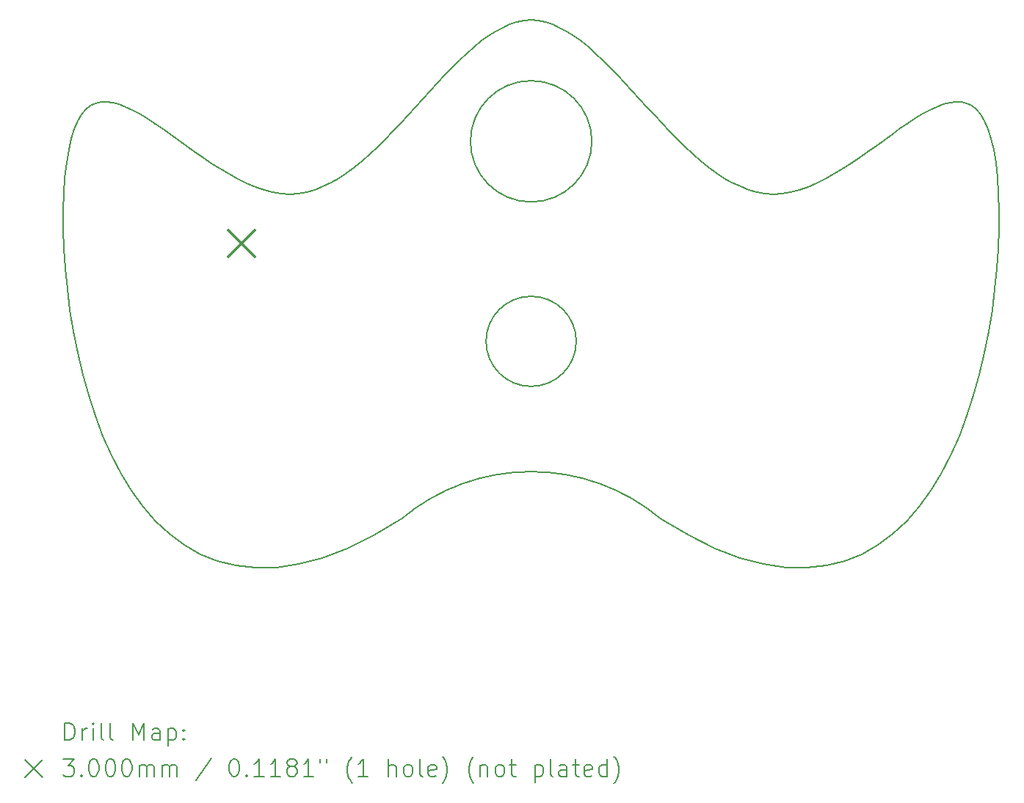
<source format=gbr>
%FSLAX45Y45*%
G04 Gerber Fmt 4.5, Leading zero omitted, Abs format (unit mm)*
G04 Created by KiCad (PCBNEW (6.0.1)) date 2022-01-29 22:44:22*
%MOMM*%
%LPD*%
G01*
G04 APERTURE LIST*
%TA.AperFunction,Profile*%
%ADD10C,0.200000*%
%TD*%
%ADD11C,0.200000*%
%ADD12C,0.300000*%
G04 APERTURE END LIST*
D10*
X16370002Y-12084376D02*
G75*
G03*
X13370000Y-12084376I-1500001J-1776141D01*
G01*
D11*
X9535670Y-7818400D02*
X9565570Y-7688276D01*
X9600641Y-7577675D01*
X9640686Y-7485588D01*
X9685510Y-7411004D01*
X9734919Y-7352916D01*
X9788716Y-7310312D01*
X9846706Y-7282185D01*
X9908694Y-7267523D01*
X9974485Y-7265319D01*
X10043883Y-7274562D01*
X10116692Y-7294243D01*
X10192719Y-7323352D01*
X10271766Y-7360881D01*
X10353639Y-7405819D01*
X10438143Y-7457158D01*
X10525081Y-7513887D01*
X10614260Y-7574998D01*
X10705482Y-7639481D01*
X10798554Y-7706326D01*
X10893279Y-7774524D01*
X10989463Y-7843066D01*
X11086910Y-7910941D01*
X11185424Y-7977142D01*
X11284810Y-8040658D01*
X11384873Y-8100479D01*
X11485418Y-8155597D01*
X11586249Y-8205002D01*
X11687171Y-8247684D01*
X11787989Y-8282635D01*
X11888506Y-8308844D01*
X11988528Y-8325302D01*
X12087860Y-8331000D01*
X13370000Y-12084376D02*
X13050238Y-12272567D01*
X12746963Y-12420362D01*
X12459816Y-12529726D01*
X12188439Y-12602624D01*
X11932472Y-12641021D01*
X11691557Y-12646884D01*
X11465335Y-12622177D01*
X11253448Y-12568867D01*
X11055536Y-12488918D01*
X10871241Y-12384295D01*
X10700204Y-12256965D01*
X10542067Y-12108893D01*
X10396469Y-11942045D01*
X10263054Y-11758385D01*
X10141462Y-11559879D01*
X10031334Y-11348493D01*
X9932311Y-11126192D01*
X9844035Y-10894942D01*
X9766147Y-10656708D01*
X9698289Y-10413455D01*
X9640100Y-10167149D01*
X9591224Y-9919755D01*
X9551300Y-9673239D01*
X9519970Y-9429567D01*
X9496876Y-9190703D01*
X9481658Y-8958614D01*
X9473958Y-8735264D01*
X9473418Y-8522619D01*
X9479677Y-8322645D01*
X9492378Y-8137307D01*
X9511162Y-7968570D01*
X9535670Y-7818400D01*
D10*
X15570000Y-7722100D02*
G75*
G03*
X15570000Y-7722100I-700000J0D01*
G01*
D11*
X14870000Y-6322100D02*
X14952224Y-6327862D01*
X15034478Y-6344660D01*
X15116792Y-6371756D01*
X15199196Y-6408416D01*
X15281722Y-6453903D01*
X15364397Y-6507483D01*
X15447254Y-6568419D01*
X15530322Y-6635976D01*
X15613631Y-6709419D01*
X15697211Y-6788011D01*
X15781092Y-6871017D01*
X15865305Y-6957702D01*
X15949880Y-7047330D01*
X16034846Y-7139164D01*
X16120234Y-7232470D01*
X16206075Y-7326512D01*
X16292398Y-7420555D01*
X16379233Y-7513862D01*
X16466610Y-7605698D01*
X16554560Y-7695327D01*
X16643113Y-7782015D01*
X16732299Y-7865024D01*
X16822148Y-7943620D01*
X16912691Y-8017067D01*
X17003956Y-8084629D01*
X17095975Y-8145571D01*
X17188778Y-8199157D01*
X17282394Y-8244651D01*
X17376854Y-8281318D01*
X17472189Y-8308423D01*
X17568427Y-8325228D01*
X17665600Y-8331000D01*
D10*
X15390000Y-10031300D02*
G75*
G03*
X15390000Y-10031300I-520000J0D01*
G01*
D11*
X20204300Y-7818400D02*
X20228811Y-7968570D01*
X20247597Y-8137307D01*
X20260301Y-8322645D01*
X20266562Y-8522619D01*
X20266024Y-8735264D01*
X20258326Y-8958614D01*
X20243110Y-9190703D01*
X20220017Y-9429567D01*
X20188689Y-9673239D01*
X20148767Y-9919755D01*
X20099891Y-10167149D01*
X20041704Y-10413455D01*
X19973847Y-10656708D01*
X19895960Y-10894942D01*
X19807685Y-11126192D01*
X19708663Y-11348493D01*
X19598535Y-11559879D01*
X19476944Y-11758385D01*
X19343529Y-11942045D01*
X19197932Y-12108893D01*
X19039795Y-12256965D01*
X18868759Y-12384295D01*
X18684464Y-12488918D01*
X18486552Y-12568867D01*
X18274665Y-12622177D01*
X18048444Y-12646884D01*
X17807529Y-12641021D01*
X17551563Y-12602624D01*
X17280185Y-12529726D01*
X16993039Y-12420362D01*
X16689764Y-12272567D01*
X16370002Y-12084376D01*
X12087860Y-8331000D02*
X12183810Y-8325228D01*
X12278902Y-8308423D01*
X12373164Y-8281318D01*
X12466623Y-8244651D01*
X12559307Y-8199157D01*
X12651244Y-8145571D01*
X12742462Y-8084629D01*
X12832988Y-8017067D01*
X12922849Y-7943620D01*
X13012074Y-7865024D01*
X13100690Y-7782015D01*
X13188725Y-7695327D01*
X13276207Y-7605698D01*
X13363163Y-7513862D01*
X13449620Y-7420555D01*
X13535607Y-7326512D01*
X13621152Y-7232470D01*
X13706281Y-7139164D01*
X13791023Y-7047330D01*
X13875405Y-6957702D01*
X13959455Y-6871017D01*
X14043200Y-6788011D01*
X14126669Y-6709419D01*
X14209888Y-6635976D01*
X14292887Y-6568419D01*
X14375691Y-6507483D01*
X14458330Y-6453903D01*
X14540830Y-6408416D01*
X14623219Y-6371756D01*
X14705526Y-6344660D01*
X14787777Y-6327862D01*
X14870000Y-6322100D01*
X17665600Y-8331000D02*
X17763709Y-8325302D01*
X17862585Y-8308844D01*
X17962030Y-8282635D01*
X18061847Y-8247684D01*
X18161838Y-8205002D01*
X18261805Y-8155597D01*
X18361549Y-8100479D01*
X18460873Y-8040658D01*
X18559580Y-7977142D01*
X18657471Y-7910941D01*
X18754349Y-7843066D01*
X18850016Y-7774524D01*
X18944273Y-7706326D01*
X19036924Y-7639481D01*
X19127769Y-7574998D01*
X19216613Y-7513887D01*
X19303255Y-7457158D01*
X19387499Y-7405819D01*
X19469147Y-7360881D01*
X19548001Y-7323352D01*
X19623864Y-7294243D01*
X19696536Y-7274562D01*
X19765821Y-7265319D01*
X19831520Y-7267523D01*
X19893437Y-7282185D01*
X19951372Y-7310312D01*
X20005128Y-7352916D01*
X20054507Y-7411004D01*
X20099312Y-7485588D01*
X20139344Y-7577675D01*
X20174406Y-7688276D01*
X20204300Y-7818400D01*
D12*
X11380860Y-8752090D02*
X11680860Y-9052090D01*
X11680860Y-8752090D02*
X11380860Y-9052090D01*
D11*
X9492619Y-14634666D02*
X9492619Y-14434666D01*
X9540238Y-14434666D01*
X9568810Y-14444190D01*
X9587857Y-14463238D01*
X9597381Y-14482285D01*
X9606905Y-14520380D01*
X9606905Y-14548952D01*
X9597381Y-14587047D01*
X9587857Y-14606095D01*
X9568810Y-14625142D01*
X9540238Y-14634666D01*
X9492619Y-14634666D01*
X9692619Y-14634666D02*
X9692619Y-14501333D01*
X9692619Y-14539428D02*
X9702143Y-14520380D01*
X9711667Y-14510857D01*
X9730714Y-14501333D01*
X9749762Y-14501333D01*
X9816429Y-14634666D02*
X9816429Y-14501333D01*
X9816429Y-14434666D02*
X9806905Y-14444190D01*
X9816429Y-14453714D01*
X9825952Y-14444190D01*
X9816429Y-14434666D01*
X9816429Y-14453714D01*
X9940238Y-14634666D02*
X9921190Y-14625142D01*
X9911667Y-14606095D01*
X9911667Y-14434666D01*
X10045000Y-14634666D02*
X10025952Y-14625142D01*
X10016429Y-14606095D01*
X10016429Y-14434666D01*
X10273571Y-14634666D02*
X10273571Y-14434666D01*
X10340238Y-14577523D01*
X10406905Y-14434666D01*
X10406905Y-14634666D01*
X10587857Y-14634666D02*
X10587857Y-14529904D01*
X10578333Y-14510857D01*
X10559286Y-14501333D01*
X10521190Y-14501333D01*
X10502143Y-14510857D01*
X10587857Y-14625142D02*
X10568810Y-14634666D01*
X10521190Y-14634666D01*
X10502143Y-14625142D01*
X10492619Y-14606095D01*
X10492619Y-14587047D01*
X10502143Y-14567999D01*
X10521190Y-14558476D01*
X10568810Y-14558476D01*
X10587857Y-14548952D01*
X10683095Y-14501333D02*
X10683095Y-14701333D01*
X10683095Y-14510857D02*
X10702143Y-14501333D01*
X10740238Y-14501333D01*
X10759286Y-14510857D01*
X10768810Y-14520380D01*
X10778333Y-14539428D01*
X10778333Y-14596571D01*
X10768810Y-14615618D01*
X10759286Y-14625142D01*
X10740238Y-14634666D01*
X10702143Y-14634666D01*
X10683095Y-14625142D01*
X10864048Y-14615618D02*
X10873571Y-14625142D01*
X10864048Y-14634666D01*
X10854524Y-14625142D01*
X10864048Y-14615618D01*
X10864048Y-14634666D01*
X10864048Y-14510857D02*
X10873571Y-14520380D01*
X10864048Y-14529904D01*
X10854524Y-14520380D01*
X10864048Y-14510857D01*
X10864048Y-14529904D01*
X9035000Y-14864190D02*
X9235000Y-15064190D01*
X9235000Y-14864190D02*
X9035000Y-15064190D01*
X9473571Y-14854666D02*
X9597381Y-14854666D01*
X9530714Y-14930857D01*
X9559286Y-14930857D01*
X9578333Y-14940380D01*
X9587857Y-14949904D01*
X9597381Y-14968952D01*
X9597381Y-15016571D01*
X9587857Y-15035618D01*
X9578333Y-15045142D01*
X9559286Y-15054666D01*
X9502143Y-15054666D01*
X9483095Y-15045142D01*
X9473571Y-15035618D01*
X9683095Y-15035618D02*
X9692619Y-15045142D01*
X9683095Y-15054666D01*
X9673571Y-15045142D01*
X9683095Y-15035618D01*
X9683095Y-15054666D01*
X9816429Y-14854666D02*
X9835476Y-14854666D01*
X9854524Y-14864190D01*
X9864048Y-14873714D01*
X9873571Y-14892761D01*
X9883095Y-14930857D01*
X9883095Y-14978476D01*
X9873571Y-15016571D01*
X9864048Y-15035618D01*
X9854524Y-15045142D01*
X9835476Y-15054666D01*
X9816429Y-15054666D01*
X9797381Y-15045142D01*
X9787857Y-15035618D01*
X9778333Y-15016571D01*
X9768810Y-14978476D01*
X9768810Y-14930857D01*
X9778333Y-14892761D01*
X9787857Y-14873714D01*
X9797381Y-14864190D01*
X9816429Y-14854666D01*
X10006905Y-14854666D02*
X10025952Y-14854666D01*
X10045000Y-14864190D01*
X10054524Y-14873714D01*
X10064048Y-14892761D01*
X10073571Y-14930857D01*
X10073571Y-14978476D01*
X10064048Y-15016571D01*
X10054524Y-15035618D01*
X10045000Y-15045142D01*
X10025952Y-15054666D01*
X10006905Y-15054666D01*
X9987857Y-15045142D01*
X9978333Y-15035618D01*
X9968810Y-15016571D01*
X9959286Y-14978476D01*
X9959286Y-14930857D01*
X9968810Y-14892761D01*
X9978333Y-14873714D01*
X9987857Y-14864190D01*
X10006905Y-14854666D01*
X10197381Y-14854666D02*
X10216429Y-14854666D01*
X10235476Y-14864190D01*
X10245000Y-14873714D01*
X10254524Y-14892761D01*
X10264048Y-14930857D01*
X10264048Y-14978476D01*
X10254524Y-15016571D01*
X10245000Y-15035618D01*
X10235476Y-15045142D01*
X10216429Y-15054666D01*
X10197381Y-15054666D01*
X10178333Y-15045142D01*
X10168810Y-15035618D01*
X10159286Y-15016571D01*
X10149762Y-14978476D01*
X10149762Y-14930857D01*
X10159286Y-14892761D01*
X10168810Y-14873714D01*
X10178333Y-14864190D01*
X10197381Y-14854666D01*
X10349762Y-15054666D02*
X10349762Y-14921333D01*
X10349762Y-14940380D02*
X10359286Y-14930857D01*
X10378333Y-14921333D01*
X10406905Y-14921333D01*
X10425952Y-14930857D01*
X10435476Y-14949904D01*
X10435476Y-15054666D01*
X10435476Y-14949904D02*
X10445000Y-14930857D01*
X10464048Y-14921333D01*
X10492619Y-14921333D01*
X10511667Y-14930857D01*
X10521190Y-14949904D01*
X10521190Y-15054666D01*
X10616429Y-15054666D02*
X10616429Y-14921333D01*
X10616429Y-14940380D02*
X10625952Y-14930857D01*
X10645000Y-14921333D01*
X10673571Y-14921333D01*
X10692619Y-14930857D01*
X10702143Y-14949904D01*
X10702143Y-15054666D01*
X10702143Y-14949904D02*
X10711667Y-14930857D01*
X10730714Y-14921333D01*
X10759286Y-14921333D01*
X10778333Y-14930857D01*
X10787857Y-14949904D01*
X10787857Y-15054666D01*
X11178333Y-14845142D02*
X11006905Y-15102285D01*
X11435476Y-14854666D02*
X11454524Y-14854666D01*
X11473571Y-14864190D01*
X11483095Y-14873714D01*
X11492619Y-14892761D01*
X11502143Y-14930857D01*
X11502143Y-14978476D01*
X11492619Y-15016571D01*
X11483095Y-15035618D01*
X11473571Y-15045142D01*
X11454524Y-15054666D01*
X11435476Y-15054666D01*
X11416428Y-15045142D01*
X11406905Y-15035618D01*
X11397381Y-15016571D01*
X11387857Y-14978476D01*
X11387857Y-14930857D01*
X11397381Y-14892761D01*
X11406905Y-14873714D01*
X11416428Y-14864190D01*
X11435476Y-14854666D01*
X11587857Y-15035618D02*
X11597381Y-15045142D01*
X11587857Y-15054666D01*
X11578333Y-15045142D01*
X11587857Y-15035618D01*
X11587857Y-15054666D01*
X11787857Y-15054666D02*
X11673571Y-15054666D01*
X11730714Y-15054666D02*
X11730714Y-14854666D01*
X11711667Y-14883238D01*
X11692619Y-14902285D01*
X11673571Y-14911809D01*
X11978333Y-15054666D02*
X11864048Y-15054666D01*
X11921190Y-15054666D02*
X11921190Y-14854666D01*
X11902143Y-14883238D01*
X11883095Y-14902285D01*
X11864048Y-14911809D01*
X12092619Y-14940380D02*
X12073571Y-14930857D01*
X12064048Y-14921333D01*
X12054524Y-14902285D01*
X12054524Y-14892761D01*
X12064048Y-14873714D01*
X12073571Y-14864190D01*
X12092619Y-14854666D01*
X12130714Y-14854666D01*
X12149762Y-14864190D01*
X12159286Y-14873714D01*
X12168809Y-14892761D01*
X12168809Y-14902285D01*
X12159286Y-14921333D01*
X12149762Y-14930857D01*
X12130714Y-14940380D01*
X12092619Y-14940380D01*
X12073571Y-14949904D01*
X12064048Y-14959428D01*
X12054524Y-14978476D01*
X12054524Y-15016571D01*
X12064048Y-15035618D01*
X12073571Y-15045142D01*
X12092619Y-15054666D01*
X12130714Y-15054666D01*
X12149762Y-15045142D01*
X12159286Y-15035618D01*
X12168809Y-15016571D01*
X12168809Y-14978476D01*
X12159286Y-14959428D01*
X12149762Y-14949904D01*
X12130714Y-14940380D01*
X12359286Y-15054666D02*
X12245000Y-15054666D01*
X12302143Y-15054666D02*
X12302143Y-14854666D01*
X12283095Y-14883238D01*
X12264048Y-14902285D01*
X12245000Y-14911809D01*
X12435476Y-14854666D02*
X12435476Y-14892761D01*
X12511667Y-14854666D02*
X12511667Y-14892761D01*
X12806905Y-15130857D02*
X12797381Y-15121333D01*
X12778333Y-15092761D01*
X12768809Y-15073714D01*
X12759286Y-15045142D01*
X12749762Y-14997523D01*
X12749762Y-14959428D01*
X12759286Y-14911809D01*
X12768809Y-14883238D01*
X12778333Y-14864190D01*
X12797381Y-14835618D01*
X12806905Y-14826095D01*
X12987857Y-15054666D02*
X12873571Y-15054666D01*
X12930714Y-15054666D02*
X12930714Y-14854666D01*
X12911667Y-14883238D01*
X12892619Y-14902285D01*
X12873571Y-14911809D01*
X13225952Y-15054666D02*
X13225952Y-14854666D01*
X13311667Y-15054666D02*
X13311667Y-14949904D01*
X13302143Y-14930857D01*
X13283095Y-14921333D01*
X13254524Y-14921333D01*
X13235476Y-14930857D01*
X13225952Y-14940380D01*
X13435476Y-15054666D02*
X13416428Y-15045142D01*
X13406905Y-15035618D01*
X13397381Y-15016571D01*
X13397381Y-14959428D01*
X13406905Y-14940380D01*
X13416428Y-14930857D01*
X13435476Y-14921333D01*
X13464048Y-14921333D01*
X13483095Y-14930857D01*
X13492619Y-14940380D01*
X13502143Y-14959428D01*
X13502143Y-15016571D01*
X13492619Y-15035618D01*
X13483095Y-15045142D01*
X13464048Y-15054666D01*
X13435476Y-15054666D01*
X13616428Y-15054666D02*
X13597381Y-15045142D01*
X13587857Y-15026095D01*
X13587857Y-14854666D01*
X13768809Y-15045142D02*
X13749762Y-15054666D01*
X13711667Y-15054666D01*
X13692619Y-15045142D01*
X13683095Y-15026095D01*
X13683095Y-14949904D01*
X13692619Y-14930857D01*
X13711667Y-14921333D01*
X13749762Y-14921333D01*
X13768809Y-14930857D01*
X13778333Y-14949904D01*
X13778333Y-14968952D01*
X13683095Y-14987999D01*
X13845000Y-15130857D02*
X13854524Y-15121333D01*
X13873571Y-15092761D01*
X13883095Y-15073714D01*
X13892619Y-15045142D01*
X13902143Y-14997523D01*
X13902143Y-14959428D01*
X13892619Y-14911809D01*
X13883095Y-14883238D01*
X13873571Y-14864190D01*
X13854524Y-14835618D01*
X13845000Y-14826095D01*
X14206905Y-15130857D02*
X14197381Y-15121333D01*
X14178333Y-15092761D01*
X14168809Y-15073714D01*
X14159286Y-15045142D01*
X14149762Y-14997523D01*
X14149762Y-14959428D01*
X14159286Y-14911809D01*
X14168809Y-14883238D01*
X14178333Y-14864190D01*
X14197381Y-14835618D01*
X14206905Y-14826095D01*
X14283095Y-14921333D02*
X14283095Y-15054666D01*
X14283095Y-14940380D02*
X14292619Y-14930857D01*
X14311667Y-14921333D01*
X14340238Y-14921333D01*
X14359286Y-14930857D01*
X14368809Y-14949904D01*
X14368809Y-15054666D01*
X14492619Y-15054666D02*
X14473571Y-15045142D01*
X14464048Y-15035618D01*
X14454524Y-15016571D01*
X14454524Y-14959428D01*
X14464048Y-14940380D01*
X14473571Y-14930857D01*
X14492619Y-14921333D01*
X14521190Y-14921333D01*
X14540238Y-14930857D01*
X14549762Y-14940380D01*
X14559286Y-14959428D01*
X14559286Y-15016571D01*
X14549762Y-15035618D01*
X14540238Y-15045142D01*
X14521190Y-15054666D01*
X14492619Y-15054666D01*
X14616428Y-14921333D02*
X14692619Y-14921333D01*
X14645000Y-14854666D02*
X14645000Y-15026095D01*
X14654524Y-15045142D01*
X14673571Y-15054666D01*
X14692619Y-15054666D01*
X14911667Y-14921333D02*
X14911667Y-15121333D01*
X14911667Y-14930857D02*
X14930714Y-14921333D01*
X14968809Y-14921333D01*
X14987857Y-14930857D01*
X14997381Y-14940380D01*
X15006905Y-14959428D01*
X15006905Y-15016571D01*
X14997381Y-15035618D01*
X14987857Y-15045142D01*
X14968809Y-15054666D01*
X14930714Y-15054666D01*
X14911667Y-15045142D01*
X15121190Y-15054666D02*
X15102143Y-15045142D01*
X15092619Y-15026095D01*
X15092619Y-14854666D01*
X15283095Y-15054666D02*
X15283095Y-14949904D01*
X15273571Y-14930857D01*
X15254524Y-14921333D01*
X15216428Y-14921333D01*
X15197381Y-14930857D01*
X15283095Y-15045142D02*
X15264048Y-15054666D01*
X15216428Y-15054666D01*
X15197381Y-15045142D01*
X15187857Y-15026095D01*
X15187857Y-15007047D01*
X15197381Y-14987999D01*
X15216428Y-14978476D01*
X15264048Y-14978476D01*
X15283095Y-14968952D01*
X15349762Y-14921333D02*
X15425952Y-14921333D01*
X15378333Y-14854666D02*
X15378333Y-15026095D01*
X15387857Y-15045142D01*
X15406905Y-15054666D01*
X15425952Y-15054666D01*
X15568809Y-15045142D02*
X15549762Y-15054666D01*
X15511667Y-15054666D01*
X15492619Y-15045142D01*
X15483095Y-15026095D01*
X15483095Y-14949904D01*
X15492619Y-14930857D01*
X15511667Y-14921333D01*
X15549762Y-14921333D01*
X15568809Y-14930857D01*
X15578333Y-14949904D01*
X15578333Y-14968952D01*
X15483095Y-14987999D01*
X15749762Y-15054666D02*
X15749762Y-14854666D01*
X15749762Y-15045142D02*
X15730714Y-15054666D01*
X15692619Y-15054666D01*
X15673571Y-15045142D01*
X15664048Y-15035618D01*
X15654524Y-15016571D01*
X15654524Y-14959428D01*
X15664048Y-14940380D01*
X15673571Y-14930857D01*
X15692619Y-14921333D01*
X15730714Y-14921333D01*
X15749762Y-14930857D01*
X15825952Y-15130857D02*
X15835476Y-15121333D01*
X15854524Y-15092761D01*
X15864048Y-15073714D01*
X15873571Y-15045142D01*
X15883095Y-14997523D01*
X15883095Y-14959428D01*
X15873571Y-14911809D01*
X15864048Y-14883238D01*
X15854524Y-14864190D01*
X15835476Y-14835618D01*
X15825952Y-14826095D01*
M02*

</source>
